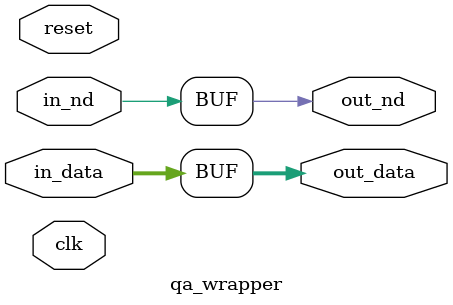
<source format=v>


module qa_wrapper
  #(
    parameter WDTH = 32
    )
   (
    input wire                   clk,
    input wire                   reset,
    input wire [WDTH-1:0]        in_data,
    input wire                   in_nd,
    output wire [WDTH-1:0]        out_data,
    output wire                   out_nd
    );

   assign out_data = in_data;
   assign out_nd = in_nd;
        
endmodule
</source>
